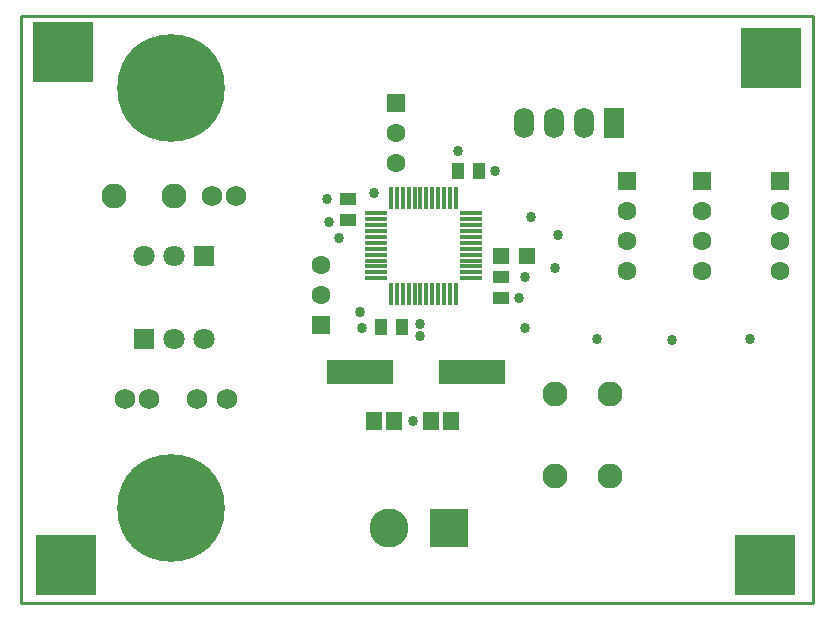
<source format=gbs>
G04*
G04 #@! TF.GenerationSoftware,Altium Limited,Altium Designer,19.1.5 (86)*
G04*
G04 Layer_Color=16711935*
%FSLAX25Y25*%
%MOIN*%
G70*
G01*
G75*
%ADD13C,0.01000*%
%ADD22R,0.05400X0.05400*%
%ADD26R,0.05518X0.06306*%
%ADD28C,0.07093*%
%ADD29R,0.07093X0.07093*%
%ADD30R,0.06699X0.10243*%
%ADD31O,0.06699X0.10243*%
%ADD32R,0.06306X0.06306*%
%ADD33C,0.06306*%
%ADD34C,0.35833*%
%ADD36C,0.06800*%
%ADD37C,0.08300*%
%ADD38C,0.12998*%
%ADD39R,0.12998X0.12998*%
%ADD40R,0.20085X0.20085*%
%ADD41R,0.20085X0.20085*%
%ADD42C,0.03400*%
%ADD64O,0.07487X0.01581*%
%ADD65O,0.01581X0.07487*%
%ADD66R,0.22054X0.08274*%
%ADD67R,0.05518X0.04337*%
%ADD68R,0.04337X0.05518*%
D13*
X35000Y253000D02*
X299000D01*
Y57500D02*
Y253000D01*
X35000Y57500D02*
X299000D01*
X35000D02*
Y253000D01*
D22*
X195000Y173000D02*
D03*
X203400D02*
D03*
D26*
X152500Y118000D02*
D03*
X159193D02*
D03*
X178347D02*
D03*
X171653D02*
D03*
D28*
X96000Y145500D02*
D03*
X86000D02*
D03*
X76000Y173000D02*
D03*
X86000D02*
D03*
D29*
X76000Y145500D02*
D03*
X96000Y173000D02*
D03*
D30*
X232500Y217500D02*
D03*
D31*
X222500D02*
D03*
X212500D02*
D03*
X202500D02*
D03*
D32*
X135000Y150000D02*
D03*
X237000Y198000D02*
D03*
X160000Y224000D02*
D03*
X262000Y198000D02*
D03*
X288000D02*
D03*
D33*
X135000Y160000D02*
D03*
Y170000D02*
D03*
X237000Y168000D02*
D03*
Y178000D02*
D03*
X237000Y188000D02*
D03*
X160000Y214000D02*
D03*
Y204000D02*
D03*
X262000Y168000D02*
D03*
Y178000D02*
D03*
Y188000D02*
D03*
X288000Y168000D02*
D03*
Y178000D02*
D03*
Y188000D02*
D03*
D34*
X85000Y89000D02*
D03*
Y229000D02*
D03*
D36*
X103500Y125500D02*
D03*
X93500D02*
D03*
X106374Y193000D02*
D03*
X98500D02*
D03*
X69563Y125500D02*
D03*
X77437D02*
D03*
D37*
X86000Y193000D02*
D03*
X66000D02*
D03*
X213000Y127000D02*
D03*
X231110D02*
D03*
Y99835D02*
D03*
X213000D02*
D03*
D38*
X157500Y82500D02*
D03*
D39*
X177500D02*
D03*
D40*
X49000Y241000D02*
D03*
X50000Y70000D02*
D03*
X285000Y239000D02*
D03*
D41*
X283000Y70000D02*
D03*
D42*
X152500Y194000D02*
D03*
X141000Y179000D02*
D03*
X278000Y145500D02*
D03*
X252000Y145000D02*
D03*
X227000Y145500D02*
D03*
X137500Y184500D02*
D03*
X148500Y149000D02*
D03*
X168000Y146500D02*
D03*
Y150500D02*
D03*
X148000Y154500D02*
D03*
X203000Y149000D02*
D03*
X165500Y118000D02*
D03*
X203000Y166000D02*
D03*
X180500Y208000D02*
D03*
X201039Y158953D02*
D03*
X193000Y201500D02*
D03*
X137000Y192000D02*
D03*
X205000Y186000D02*
D03*
X214000Y180000D02*
D03*
X213000Y169000D02*
D03*
D64*
X184945Y165673D02*
D03*
Y167642D02*
D03*
Y169610D02*
D03*
Y171579D02*
D03*
Y173547D02*
D03*
Y175516D02*
D03*
Y177484D02*
D03*
Y179453D02*
D03*
Y181421D02*
D03*
Y183390D02*
D03*
Y185358D02*
D03*
Y187327D02*
D03*
X153055D02*
D03*
Y185358D02*
D03*
Y183390D02*
D03*
Y181421D02*
D03*
Y179453D02*
D03*
Y177484D02*
D03*
Y175516D02*
D03*
Y173547D02*
D03*
Y171579D02*
D03*
Y169610D02*
D03*
Y167642D02*
D03*
Y165673D02*
D03*
D65*
X179827Y192445D02*
D03*
X177858D02*
D03*
X175890D02*
D03*
X173921D02*
D03*
X171953D02*
D03*
X169984D02*
D03*
X168016D02*
D03*
X166047D02*
D03*
X164079D02*
D03*
X162110D02*
D03*
X160142D02*
D03*
X158173D02*
D03*
Y160555D02*
D03*
X160142D02*
D03*
X162110D02*
D03*
X164079D02*
D03*
X166047D02*
D03*
X168016D02*
D03*
X169984D02*
D03*
X171953D02*
D03*
X173921D02*
D03*
X175890D02*
D03*
X177858D02*
D03*
X179827D02*
D03*
D66*
X185201Y134500D02*
D03*
X147799D02*
D03*
D67*
X144039Y184953D02*
D03*
X144000Y192000D02*
D03*
X195000Y166000D02*
D03*
X195039Y158953D02*
D03*
D68*
X162000Y149500D02*
D03*
X154953Y149461D02*
D03*
X180453Y201461D02*
D03*
X187500Y201500D02*
D03*
M02*

</source>
